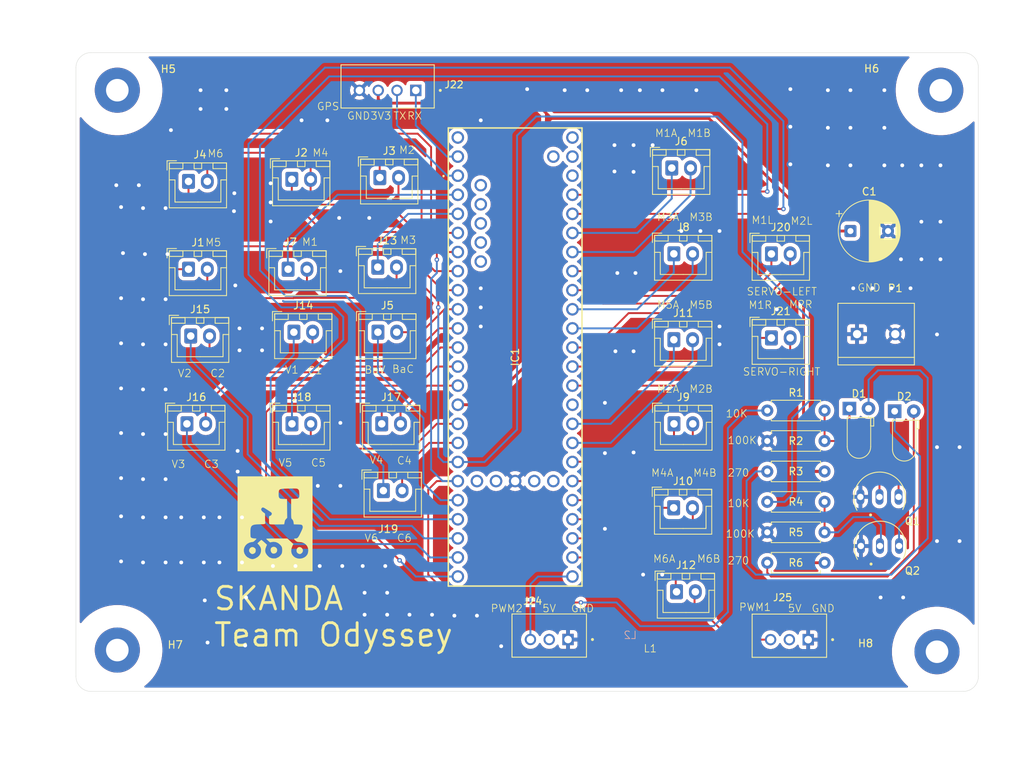
<source format=kicad_pcb>
(kicad_pcb (version 20241229) (generator "pcbnew") (generator_version "9.0")
  (layers (0 "F.Cu" signal) (2 "B.Cu" power) (13 "F.Paste" user) (15 "B.Paste" user) (5 "F.SilkS" user "F.Silkscreen") (7 "B.SilkS" user "B.Silkscreen") (1 "F.Mask" user) (3 "B.Mask" user) (25 "Edge.Cuts" user))
  (net 0 "")
  (net 1 "Net-(D1-K)")
  (net 2 "Net-(D1-A)")
  (net 3 "Net-(D2-A)")
  (net 4 "Net-(D2-K)")
  (net 5 "Net-(IC1-TX1)")
  (net 6 "Net-(IC1-A2)")
  (net 9 "M3V")
  (net 11 "M5V")
  (net 12 "Net-(IC1-A6)")
  (net 13 "Net-(IC1-SCK)")
  (net 14 "Net-(IC1-A0)")
  (net 16 "Net-(IC1-MCLK2)")
  (net 17 "Net-(IC1-A17)")
  (net 19 "Net-(IC1-A15)")
  (net 20 "Net-(IC1-A4)")
  (net 21 "Net-(IC1-A5)")
  (net 22 "Net-(IC1-CS_3)")
  (net 23 "Net-(IC1-RX7)")
  (net 24 "Net-(IC1-RX1)")
  (net 26 "3V3")
  (net 27 "M4V")
  (net 28 "M3C")
  (net 30 "Net-(IC1-A1)")
  (net 31 "M5C")
  (net 33 "M2V")
  (net 34 "Net-(IC1-OUT2)")
  (net 35 "Net-(IC1-A7)")
  (net 36 "M2C")
  (net 37 "DIRR")
  (net 38 "M1C")
  (net 39 "Net-(IC1-RX2)")
  (net 41 "Net-(IC1-LRCLK2)")
  (net 42 "M6C")
  (net 43 "Net-(IC1-IN2)")
  (net 44 "Net-(IC1-A3)")
  (net 48 "Net-(IC1-A16)")
  (net 49 "M1V")
  (net 50 "M4C")
  (net 51 "GND")
  (net 55 "Net-(IC1-OUT1D)")
  (net 56 "Net-(IC1-TX2)")
  (net 57 "Net-(IC1-CS_2)")
  (net 58 "Net-(IC1-A14)")
  (net 59 "DIRL")
  (net 60 "Net-(IC1-TX8)")
  (net 61 "Net-(IC1-BCLK2)")
  (net 62 "M6V")
  (net 63 "Net-(IC1-RX8)")
  (net 64 "Net-(Q1-Pad2)")
  (net 65 "Net-(Q2-Pad2)")
  (footprint "Connector_JST:JST_XH_B2B-XH-A_1x02_P2.50mm_Vertical" (layer "F.Cu") (at 138.724 104.394)
    (property "Reference" "J18")
    (property "Value" "B2B-XH-A")
  )
  (footprint "Resistor_THT:R_Axial_DIN0207_L6.3mm_D2.5mm_P7.62mm_Horizontal" (layer "F.Cu") (at 201.93 122.88)
    (property "Reference" "R6")
    (property "Value" "270")
  )
  (footprint "Connector_JST:JST_XH_B2B-XH-A_1x02_P2.50mm_Vertical" (layer "F.Cu") (at 189.524 104.394)
    (property "Reference" "J9")
    (property "Value" "B2B-XH-A")
  )
  (footprint "Connector_JST:JST_XH_B2B-XH-A_1x02_P2.50mm_Vertical" (layer "F.Cu") (at 202.478 92.964)
    (property "Reference" "J21")
    (property "Value" "B2B-XH-A")
  )
  (footprint "Connector_JST:JST_XH_B2B-XH-A_1x02_P2.50mm_Vertical" (layer "F.Cu") (at 138.704 71.865)
    (property "Reference" "J2")
    (property "Value" "B2B-XH-A")
  )
  (footprint "Connector_JST:JST_XH_B2B-XH-A_1x02_P2.50mm_Vertical" (layer "F.Cu") (at 150.408 71.628)
    (property "Reference" "J3")
    (property "Value" "B2B-XH-A")
  )
  (footprint "Connector_JST:JST_XH_B2B-XH-A_1x02_P2.50mm_Vertical" (layer "F.Cu") (at 202.478 81.788)
    (property "Reference" "J20")
    (property "Value" "B2B-XH-A")
  )
  (footprint "Resistor_THT:R_Axial_DIN0207_L6.3mm_D2.5mm_P7.62mm_Horizontal" (layer "F.Cu") (at 201.93 106.68)
    (property "Reference" "R2")
    (property "Value" "100K")
  )
  (footprint "Connector_JST:JST_XH_B2B-XH-A_1x02_P2.50mm_Vertical" (layer "F.Cu") (at 189.23 70.358)
    (property "Reference" "J6")
    (property "Value" "B2B-XH-A")
  )
  (footprint "projpdteensy:rover_11" (layer "F.Cu") (at 136.5 117.7)
    (property "Reference" "G***" (hide yes))
    (property "Value" "LOGO" (hide yes))
  )
  (footprint "Connector_JST:JST_XH_B2B-XH-A_1x02_P2.50mm_Vertical" (layer "F.Cu") (at 189.504 93.201)
    (property "Reference" "J11")
    (property "Value" "B2B-XH-A")
  )
  (footprint "Resistor_THT:R_Axial_DIN0207_L6.3mm_D2.5mm_P7.62mm_Horizontal" (layer "F.Cu") (at 201.93 114.78)
    (property "Reference" "R4")
    (property "Value" "10K")
  )
  (footprint "TEENSY_4.1:TEENSY41" (layer "F.Cu") (at 160.782 71.374 -90)
    (property "Reference" "IC1")
    (property "Value" "TEENSY_4.1")
  )
  (footprint "Connector_JST:JST_XH_B2B-XH-A_1x02_P2.50mm_Vertical" (layer "F.Cu") (at 138.978 92.202)
    (property "Reference" "J14")
    (property "Value" "B2B-XH-A")
  )
  (footprint "Connector_JST:JST_XH_B2B-XH-A_1x02_P2.50mm_Vertical" (layer "F.Cu") (at 138.216 83.82)
    (property "Reference" "J7")
    (property "Value" "B2B-XH-A")
  )
  (footprint "LED_THT:LED_D3.0mm_Horizontal_O1.27mm_Z6.0mm" (layer "F.Cu") (at 218.87 102.718)
    (property "Reference" "D2")
    (property "Value" "LED")
  )
  (footprint "Connector_JST:JST_XH_B2B-XH-A_1x02_P2.50mm_Vertical" (layer "F.Cu") (at 124.754 104.394)
    (property "Reference" "J16")
    (property "Value" "B2B-XH-A")
  )
  (footprint "2N3904:TO92127P495H495-3_modified" (layer "F.Cu") (at 216.981 120.833258)
    (property "Reference" "Q2")
    (property "Value" "2N3904")
  )
  (footprint "MountingHole:MountingHole_3mm_Pad_TopBottom" (layer "F.Cu") (at 225 60)
    (property "Reference" "H6")
    (property "Value" "MountingHole")
  )
  (footprint "Terminal2:TE_282837-2" (layer "F.Cu") (at 216.408 92.456)
    (property "Reference" "P1")
    (property "Value" "282837-2")
  )
  (footprint "B4B-XH-A_LF__SN_:JST_B4B-XH-A_LF__SN_" (layer "F.Cu") (at 151.444 59.5)
    (property "Reference" "J22")
    (property "Value" "B4B-XH-A_LF__SN_")
  )
  (footprint "Connector_JST:JST_XH_B2B-XH-A_1x02_P2.50mm_Vertical" (layer "F.Cu") (at 189.865 126.746)
    (property "Reference" "J12")
    (property "Value" "B2B-XH-A")
  )
  (footprint "MountingHole:MountingHole_3mm_Pad_TopBottom" (layer "F.Cu") (at 115.5 134.5)
    (property "Reference" "H7")
    (property "Value" "MountingHole")
  )
  (footprint "Capacitor_THT:CP_Radial_D8.0mm_P5.00mm" (layer "F.Cu") (at 212.989349 78.74)
    (property "Reference" "C1")
    (property "Value" "C_Polarized")
  )
  (footprint "Resistor_THT:R_Axial_DIN0207_L6.3mm_D2.5mm_P7.62mm_Horizontal" (layer "F.Cu") (at 201.93 118.83)
    (property "Reference" "R5")
    (property "Value" "100K")
  )
  (footprint "Connector_JST:JST_XH_B2B-XH-A_1x02_P2.50mm_Vertical" (layer "F.Cu") (at 189.484 115.57)
    (property "Reference" "J10")
    (property "Value" "B2B-XH-A")
  )
  (footprint "Connector_JST:JST_XH_B2B-XH-A_1x02_P2.50mm_Vertical" (layer "F.Cu") (at 150.662 104.394)
    (property "Reference" "J17")
    (property "Value" "B2B-XH-A")
  )
  (footprint "MountingHole:MountingHole_3mm_Pad_TopBottom" (layer "F.Cu") (at 115.5 60)
    (property "Reference" "H5")
    (property "Value" "MountingHole")
  )
  (footprint "B3B-XH-A:JST_B3B-XH-A" (layer "F.Cu") (at 204.8695 132.588)
    (property "Reference" "J25")
    (property "Value" "B3B-XH-A_LF__SN_")
  )
  (footprint "Resistor_THT:R_Axial_DIN0207_L6.3mm_D2.5mm_P7.62mm_Horizontal" (layer "F.Cu") (at 201.93 102.63)
    (property "Reference" "R1")
    (property "Value" "10K")
  )
  (footprint "Connector_JST:JST_XH_B2B-XH-A_1x02_P2.50mm_Vertical" (layer "F.Cu") (at 150.154 92.202)
    (property "Reference" "J5")
    (property "Value" "B2B-XH-A")
  )
  (footprint "B3B-XH-A:JST_B3B-XH-A" (layer "F.Cu") (at 172.934 132.571)
    (property "Reference" "J24")
    (property "Value" "B3B-XH-A_LF__SN_")
  )
  (footprint "2N3904:TO92127P495H495-3_modified" (layer "F.Cu") (at 216.916 114.3)
    (property "Reference" "Q1")
    (property "Value" "2N3904")
  )
  (footprint "Connector_JST:JST_XH_B2B-XH-A_1x02_P2.50mm_Vertical" (layer "F.Cu") (at 150.876 113.284)
    (property "Reference" "J19")
    (property "Value" "B2B-XH-A")
  )
  (footprint "Resistor_THT:R_Axial_DIN0207_L6.3mm_D2.5mm_P7.62mm_Horizontal" (layer "F.Cu") (at 201.93 110.73)
    (property "Reference" "R3")
    (property "Value" "270")
  )
  (footprint "Connector_JST:JST_XH_B2B-XH-A_1x02_P2.50mm_Vertical" (layer "F.Cu") (at 124.968 72.136)
    (property "Reference" "J4")
    (property "Value" "B2B-XH-A")
  )
  (footprint "Connector_JST:JST_XH_B2B-XH-A_1x02_P2.50mm_Vertical" (layer "F.Cu") (at 125.262 92.71)
    (property "Reference" "J15")
    (property "Value" "B2B-XH-A")
  )
  (footprint "Connector_JST:JST_XH_B2B-XH-A_1x02_P2.50mm_Vertical" (layer "F.Cu") (at 189.504 81.771)
    (property "Reference" "J8")
    (property "Value" "B2B-XH-A")
  )
  (footprint "Connector_JST:JST_XH_B2B-XH-A_1x02_P2.50mm_Vertical" (layer "F.Cu") (at 124.968 83.82)
    (property "Reference" "J1")
    (property "Value" "B2B-XH-A")
  )
  (footprint "Connector_JST:JST_XH_B2B-XH-A_1x02_P2.50mm_Vertical" (layer "F.Cu") (at 150.134 83.549)
    (property "Reference" "J13")
    (property "Value" "B2B-XH-A")
  )
  (footprint "MountingHole:MountingHole_3mm_Pad_TopBottom" (layer "F.Cu") (at 224.5 134.7216 -90)
    (property "Reference" "H8")
    (property "Value" "MountingHole")
  )
  (footprint "LED_THT:LED_D3.0mm_Horizontal_O1.27mm_Z6.0mm" (layer "F.Cu") (at 212.852 102.354)
    (property "Reference" "D1")
    (property "Value" "LED")
  )
  (gr_poly (pts (xy 138.902451 87.682244) (xy 140.686547 85.891539) (xy 140.696 85.912) (xy 142.493261 87.641893)) (stroke (width 0.2)) (fill yes) (layer "F.Cu") (net 59))
  (gr_poly (pts (xy 152.634 85.872) (xy 152.634 85.344) (xy 153.162 85.872)) (stroke (width 0.2)) (fill yes) (layer "F.Cu") (net 59))
  (gr_poly (pts (xy 206.6544 109.889274) (xy 206.6544 111.565674) (xy 207.518 110.803674)) (stroke (width 0.2)) (fill yes) (layer "F.Cu") (net 26))
  (gr_poly (pts (xy 172.466 62.9666) (xy 173.228 63.754) (xy 172.5168 64.4652) (xy 172.4914 64.4652) (xy 172.466 64.4398)) (stroke (width 0.2)) (fill yes) (layer "F.Cu") (net 26))
  (gr_poly (pts (xy 152.908 73.914) (xy 153.035 76.581) (xy 151.669866 75.166914)) (stroke (width 0.2)) (fill yes) (layer "F.Cu") (net 37))
  (gr_poly (pts (xy 206.756 76.336) (xy 207.391 76.336) (xy 206.883 76.962)) (stroke (width 0.2)) (fill yes) (layer "F.Cu") (net 26))
  (gr_line (start 110 138) (end 110 57) (stroke (width 0.05)) (layer "Edge.Cuts"))
  (gr_arc (start 228 55) (mid 229.414214 55.585786) (end 230 57) (stroke (width 0.05)) (layer "Edge.Cuts"))
  (gr_arc (start 230 138) (mid 229.414214 139.414214) (end 228 140) (stroke (width 0.05)) (layer "Edge.Cuts"))
  (gr_arc (start 110 57) (mid 110.585786 55.585786) (end 112 55) (stroke (width 0.05)) (layer "Edge.Cuts"))
  (gr_line (start 112 55) (end 228 55) (stroke (width 0.05)) (layer "Edge.Cuts"))
  (gr_line (start 230 57) (end 230 138) (stroke (width 0.05)) (layer "Edge.Cuts"))
  (gr_line (start 228 140) (end 112 140) (stroke (width 0.05)) (layer "Edge.Cuts"))
  (gr_arc (start 112 140) (mid 110.585786 139.414214) (end 110 138) (stroke (width 0.05)) (layer "Edge.Cuts"))
  (gr_text "10K" (at 196.596 115.556 0) (layer "F.SilkS") (effects (font (size 1 1) (thickness 0.1)) (justify left bottom)))
  (gr_text "GND\n" (at 207.772 129.54 0) (layer "F.SilkS") (effects (font (size 1 1) (thickness 0.1)) (justify left bottom)))
  (gr_text "SKANDA\nTeam Odyssey" (at 128.143 134.239 0) (layer "F.SilkS") (effects (font (size 3 3) (thickness 0.375)) (justify left bottom)))
  (gr_text "C2" (at 127.81 98.26 0) (layer "F.SilkS") (effects (font (size 1 1) (thickness 0.1)) (justify left bottom)))
  (gr_text "SERVO-RIGHT" (at 198.628 98.044 0) (layer "F.SilkS") (effects (font (size 1 1) (thickness 0.1)) (justify left bottom)))
  (gr_text "BaC" (at 151.98 97.69 0) (layer "F.SilkS") (effects (font (size 1 1) (thickness 0.1)) (justify left bottom)))
  (gr_text "M6B" (at 192.532 122.936 0) (layer "F.SilkS") (effects (font (size 1 1) (thickness 0.1)) (justify left bottom)))
  (gr_text "M4A" (at 186.436 111.506 0) (layer "F.SilkS") (effects (font (size 1 1) (thickness 0.1)) (justify left bottom)))
  (gr_text "PWM1" (at 198.12 129.367 0) (layer "F.SilkS") (effects (font (size 1 1) (thickness 0.1)) (justify left bottom)))
  (gr_text "RX" (at 154 64 0) (layer "F.SilkS") (effects (font (size 1 1) (thickness 0.1)) (justify left bottom)))
  (gr_text "M3A" (at 187.198 77.47 0) (layer "F.SilkS") (effects (font (size 1 1) (thickness 0.1)) (justify left bottom)))
  (gr_text "V4\n" (at 148.98 109.78 0) (layer "F.SilkS") (effects (font (size 1 1) (thickness 0.1)) (justify left bottom)))
  (gr_text "V1\n" (at 137.74 97.79 0) (layer "F.SilkS") (effects (font (size 1 1) (thickness 0.1)) (justify left bottom)))
  (gr_text "M6" (at 127.44 69.01 0) (layer "F.SilkS") (effects (font (size 1 1) (thickness 0.1)) (justify left bottom)))
  (gr_text "C1" (at 140.74 97.88 0) (layer "F.SilkS") (effects (font (size 1 1) (thickness 0.1)) (justify left bottom)))
  (gr_text "C4" (at 152.63 109.87 0) (layer "F.SilkS") (effects (font (size 1 1) (thickness 0.1)) (justify left bottom)))
  (gr_text "PWM2" (at 165.1 129.54 0) (layer "F.SilkS") (effects (font (size 1 1) (thickness 0.1)) (justify left bottom)))
  (gr_text "M5A" (at 187.198 89.154 0) (layer "F.SilkS") (effects (font (size 1 1) (thickness 0.1)) (justify left bottom)))
  (gr_text "BaV\n" (at 148.32 97.79 0) (layer "F.SilkS") (effects (font (size 1 1) (thickness 0.1)) (justify left bottom)))
  (gr_text "V3\n" (at 122.652 110.34 0) (layer "F.SilkS") (effects (font (size 1 1) (thickness 0.1)) (justify left bottom)))
  (gr_text "270" (at 196.596 123.176 0) (layer "F.SilkS") (effects (font (size 1 1) (thickness 0.1)) (justify left bottom)))
  (gr_text "270" (at 196.596 111.492 0) (layer "F.SilkS") (effects (font (size 1 1) (thickness 0.1)) (justify left bottom)))
  (gr_text "M3" (at 153.07 80.53 0) (layer "F.SilkS") (effects (font (size 1 1) (thickness 0.1)) (justify left bottom)))
  (gr_text "M4B" (at 192.024 111.506 0) (layer "F.SilkS") (effects (font (size 1 1) (thickness 0.1)) (justify left bottom)))
  (gr_text "M4" (at 141.4 68.91 0) (layer "F.SilkS") (effects (font (size 1 1) (thickness 0.1)) (justify left bottom)))
  (gr_text "C3" (at 126.97 110.34 0) (layer "F.SilkS") (effects (font (size 1 1) (thickness 0.1)) (justify left bottom)))
  (gr_text "M2B" (at 191.516 100.33 0) (layer "F.SilkS") (effects (font (size 1 1) (thickness 0.1)) (justify left bottom)))
  (gr_text "M3B" (at 191.516 77.47 0) (layer "F.SilkS") (effects (font (size 1 1) (thickness 0.1)) (justify left bottom)))
  (gr_text "M5" (at 127.15 80.84 0) (layer "F.SilkS") (effects (font (size 1 1) (thickness 0.1)) (justify left bottom)))
  (gr_text "M1" (at 140.01 80.78 0) (layer "F.SilkS") (effects (font (size 1 1) (thickness 0.1)) (justify left bottom)))
  (gr_text "M2R" (at 204.77 89.09 0) (layer "F.SilkS") (effects (font (size 1 1) (thickness 0.1)) (justify left bottom)))
  (gr_text "TX" (at 152.146 64 0) (layer "F.SilkS") (effects (font (size 1 1) (thickness 0.1)) (justify left bottom)))
  (gr_text "SERVO-LEFT" (at 199.136 87.376 0) (layer "F.SilkS") (effects (font (size 1 1) (thickness 0.1)) (justify left bottom)))
  (gr_text "100K" (at 196.342 119.62 0) (layer "F.SilkS") (effects (font (size 1 1) (thickness 0.1)) (justify left bottom)))
  (gr_text "M1L\n" (at 199.78 77.87 0) (layer "F.SilkS") (effects (font (size 1 1) (thickness 0.1)) (justify left bottom)))
  (gr_text "V2\n" (at 123.492 98.26 0) (layer "F.SilkS") (effects (font (size 1 1) (thickness 0.1)) (justify left bottom)))
  (gr_text "V5\n" (at 136.882 110.15 0) (layer "F.SilkS") (effects (font (size 1 1) (thickness 0.1)) (justify left bottom)))
  (gr_text "10K" (at 196.342 103.618 0) (layer "F.SilkS") (effects (font (size 1 1) (thickness 0.1)) (justify left bottom)))
  (gr_text "GND" (at 213.868 86.868 0) (layer "F.SilkS") (effects (font (size 1 1) (thickness 0.1)) (justify left bottom)))
  (gr_text "M2" (at 152.92 68.54 0) (layer "F.SilkS") (effects (font (size 1 1) (thickness 0.1)) (justify left bottom)))
  (gr_text "M1B" (at 191.262 66.294 0) (layer "F.SilkS") (effects (font (size 1 1) (thickness 0.1)) (justify left bottom)))
  (gr_text "M1A" (at 186.944 66.294 0) (layer "F.SilkS") (effects (font (size 1 1) (thickness 0.1)) (justify left bottom)))
  (gr_text "M5B" (at 191.516 89.154 0) (layer "F.SilkS") (effects (font (size 1 1) (thickness 0.1)) (justify left bottom)))
  (gr_text "M1R\n" (at 199.39 89.171 0) (layer "F.SilkS") (effects (font (size 1 1) (thickness 0.1)) (justify left bottom)))
  (gr_text "V6\n" (at 148.312 120.18 0) (layer "F.SilkS") (effects (font (size 1 1) (thickness 0.1)) (justify left bottom)))
  (gr_text "GND\n" (at 175.768 129.54 0) (layer "F.SilkS") (effects (font (size 1 1) (thickness 0.1)) (justify left bottom)))
  (gr_text "M6A" (at 186.69 122.936 0) (layer "F.SilkS") (effects (font (size 1 1) (thickness 0.1)) (justify left bottom)))
  (gr_text "5V" (at 204.6155 129.54 0) (layer "F.SilkS") (effects (font (size 1 1) (thickness 0.1)) (justify left bottom)))
  (gr_text "C6" (at 152.63 120.18 0) (layer "F.SilkS") (effects (font (size 1 1) (thickness 0.1)) (justify left bottom)))
  (gr_text "C5" (at 141.2 110.15 0) (layer "F.SilkS") (effects (font (size 1 1) (thickness 0.1)) (justify left bottom)))
  (gr_text "5V" (at 171.958 129.54 0) (layer "F.SilkS") (effects (font (size 1 1) (thickness 0.1)) (justify left bottom)))
  (gr_text "GND" (at 146 64 0) (layer "F.SilkS") (effects (font (size 1 1) (thickness 0.1)) (justify left bottom)))
  (gr_text "3V3" (at 149.098 64 0) (layer "F.SilkS") (effects (font (size 1 1) (thickness 0.1)) (justify left bottom)))
  (gr_text "100K" (at 196.596 107.174 0) (layer "F.SilkS") (effects (font (size 1 1) (thickness 0.1)) (justify left bottom)))
  (gr_text "M2A" (at 187.198 100.33 0) (layer "F.SilkS") (effects (font (size 1 1) (thickness 0.1)) (justify left bottom)))
  (gr_text "GPS" (at 141.986 62.738 0) (layer "F.SilkS") (effects (font (size 1 1) (thickness 0.1)) (justify left bottom)))
  (gr_text "M2L" (at 204.978 77.978 0) (layer "F.SilkS") (effects (font (size 1 1) (thickness 0.1)) (justify left bottom)))
  (gr_text "L1" (at 185.42 134.874 0) (layer "F.SilkS") (effects (font (size 1 1) (thickness 0.1)) (justify left bottom)))
  (gr_text "L2" (at 184.658 133.096 0) (layer "B.SilkS") (effects (font (size 1 1) (thickness 0.1)) (justify left bottom mirror)))
  (segment (start 219.391 111.187) (end 219.391 114.3) (width 0.254) (layer "F.Cu") (net 1))
  (segment (start 212.86 102.34) (end 212.86 104.656) (width 0.254) (layer "F.Cu") (net 1))
  (segment (start 212.86 104.656) (end 219.391 111.187) (width 0.254) (layer "F.Cu") (net 1))
  (segment (start 223.266 119.634) (end 218.44 124.46) (width 0.254) (layer "B.Cu") (net 2))
  (segment (start 216.662 97.282) (end 222.25 97.282) (width 0.254) (layer "B.Cu") (net 2))
  (segment (start 199.18 111.97) (end 200.42 110.73) (width 0.254) (layer "B.Cu") (net 2))
  (segment (start 200.42 110.73) (end 201.93 110.73) (width 0.254) (layer "B.Cu") (net 2))
  (segment (start 200.406 124.46) (end 199.18 123.234) (width 0.254) (layer "B.Cu") (net 2))
  (segment (start 223.266 98.298) (end 223.266 119.634) (width 0.254) (layer "B.Cu") (net 2))
  (segment (start 218.44 124.46) (end 200.406 124.46) (width 0.254) (layer "B.Cu") (net 2))
  (segment (start 215.4 98.544) (end 216.662 97.282) (width 0.254) (layer "B.Cu") (net 2))
  (segment (start 215.4 102.34) (end 215.4 98.544) (width 0.254) (layer "B.Cu") (net 2))
  (segment (start 222.25 97.282) (end 223.266 98.298) (width 0.254) (layer "B.Cu") (net 2))
  (segment (start 199.18 123.234) (end 199.18 111.97) (width 0.254) (layer "B.Cu") (net 2))
  (segment (start 217.932 124.714) (end 202.438 124.714) (width 0.254) (layer "F.Cu") (net 3))
  (segment (start 221.41 121.236) (end 217.932 124.714) (width 0.254) (layer "F.Cu") (net 3))
  (segment (start 202.438 124.714) (end 201.93 124.206) (width 0.254) (layer "F.Cu") (net 3))
  (segment (start 201.93 124.206) (end 201.93 122.88) (width 0.254) (layer "F.Cu") (net 3))
  (segment (start 221.41 102.718) (end 221.41 121.236) (width 0.254) (layer "F.Cu") (net 3))
  (segment (start 222.25 115.316) (end 219.456 118.11) (width 0.254) (layer "B.Cu") (net 4))
  (segment (start 222.25 108.712) (end 222.25 115.316) (width 0.254) (layer "B.Cu") (net 4))
  (segment (start 219.456 118.11) (end 219.456 120.904) (width 0.254) (layer "B.Cu") (net 4))
  (segment (start 218.87 102.718) (end 218.87 105.332) (width 0.254) (layer "B.Cu") (net 4))
  (segment (start 218.87 105.332) (end 222.25 108.712) (width 0.254) (layer "B.Cu") (net 4))
  (segment (start 159.374 71.374) (end 160.782 71.374) (width 0.254) (layer "B.Cu") (net 5))
  (segment (start 152.694 64.694) (end 159.374 71.374) (width 0.254) (layer "B.Cu") (net 5))
  (segment (start 152.694 60.025) (end 152.694 64.694) (width 0.254) (layer "B.Cu") (net 5))
  (segment (start 192.004 81.771) (end 192.004 84.336) (width 0.254) (layer "B.Cu") (net 6))
  (segment (start 192.004 84.336) (end 184.646 91.694) (width 0.254) (layer "B.Cu") (net 6))
  (segment (start 184.646 91.694) (end 176.022 91.694) (width 0.254) (layer "B.Cu") (net 6))
  (segment (start 157.099 122.174) (end 160.782 122.174) (width 0.254) (layer "B.Cu") (net 9))
  (segment (start 124.754 107.0756) (end 138.0744 120.396) (width 0.254) (layer "B.Cu") (net 9))
  (segment (start 155.321 120.396) (end 157.099 122.174) (width 0.254) (layer "B.Cu") (net 9))
  (segment (start 124.754 104.394) (end 124.754 107.0756) (width 0.254) (layer "B.Cu") (net 9))
  (segment (start 138.0744 120.396) (end 155.321 120.396) (width 0.254) (layer "B.Cu") (net 9))
  (segment (start 200.406 76.454) (end 201.05423 75.80577) (width 0.254) (layer "F.Cu") (net 11))
  (segment (start 176.022 76.454) (end 200.406 76.454) (width 0.254) (layer "F.Cu") (net 11))
  (segment (start 201.05423 75.80577) (end 204.07577 75.80577) (width 0.254) (layer "F.Cu") (net 11))
  (via (at 204.07577 75.80577) (size 0.6) (drill 0.3) (layers "F.Cu" "B.Cu") (net 11))
  (segment (start 145.542 93.218) (end 138.724 100.036) (width 0.254) (layer "B.Cu") (net 11))
  (segment (start 132.9436 84.5312) (end 137.3124 88.9) (width 0.254) (layer "B.Cu") (net 11))
  (segment (start 204.07577 64.12177) (end 196.954 57) (width 0.254) (layer "B.Cu") (net 11))
  (segment (start 137.3124 88.9) (end 144.272 88.9) (width 0.254) (layer "B.Cu") (net 11))
  (segment (start 138.724 100.036) (end 138.724 104.394) (width 0.254) (layer "B.Cu") (net 11))
  (segment (start 204.07577 75.80577) (end 204.07577 64.12177) (width 0.254) (layer "B.Cu") (net 11))
  (segment (start 143.1012 57) (end 132.9436 67.1576) (width 0.254) (layer "B.Cu") (net 11))
  (segment (start 196.954 57) (end 143.1012 57) (width 0.254) (layer "B.Cu") (net 11))
  (segment (start 145.542 90.17) (end 145.542 93.218) (width 0.254) (layer "B.Cu") (net 11))
  (segment (start 144.272 88.9) (end 145.542 90.17) (width 0.254) (layer "B.Cu") (net 11))
  (segment (start 132.9436 67.1576) (end 132.9436 84.5312) (width 0.254) (layer "B.Cu") (net 11))
  (segment (start 184.15 81.534) (end 176.022 81.534) (width 0.254) (layer "B.Cu") (net 12))
  (segment (start 191.73 70.358) (end 191.73 73.954) (width 0.254) (layer "B.Cu") (net 12))
  (segment (start 191.73 73.954) (end 184.15 81.534) (width 0.254) (layer "B.Cu") (net 12))
  (segment (start 197.121 133.113) (end 202.3695 133.113) (width 0.254) (layer "F.Cu") (net 13))
  (segment (start 176.022 99.314) (end 192.024 99.314) (width 0.254) (layer "F.Cu") (net 13))
  (segment (start 192.024 99.314) (end 194.564 101.854) (width 0.254) (layer "F.Cu") (net 13))
  (segment (start 194.564 101.854) (end 194.564 130.556) (width 0.254) (layer "F.Cu") (net 13))
  (segment (start 194.564 130.556) (end 197.121 133.113) (width 0.254) (layer "F.Cu") (net 13))
  (segment (start 204.978 95.758) (end 203.962 96.774) (width 0.254) (layer "F.Cu") (net 14))
  (segment (start 204.978 92.964) (end 204.978 95.758) (width 0.254) (layer "F.Cu") (net 14))
  (segment (start 203.962 96.774) (end 176.022 96.774) (width 0.254) (layer "F.Cu") (net 14))
  (segment (start 176.022 124.714) (end 171.45 124.714) (width 0.254) (layer "B.Cu") (net 16))
  (segment (start 171.45 124.714) (end 170.434 125.73) (width 0.254) (layer "B.Cu") (net 16))
  (segment (start 170.434 125.73) (end 170.434 133.096) (width 0.254) (layer "B.Cu") (net 16))
  (segment (start 181.102 104.394) (end 176.022 104.394) (width 0.254) (layer "B.Cu") (net 17))
  (segment (start 189.504 93.201) (end 189.504 95.992) (width 0.254) (layer "B.Cu") (net 17))
  (segment (start 189.504 95.992) (end 181.102 104.394) (width 0.254) (layer "B.Cu") (net 17))
  (segment (start 186.3465 109.4365) (end 176.0595 109.4365) (width 0.254) (layer "F.Cu") (net 19))
  (segment (start 189.524 106.259) (end 186.3465 109.4365) (width 0.254) (layer "F.Cu") (net 19))
  (segment (start 189.524 104.394) (end 189.524 106.259) (width 0.254) (layer "F.Cu") (net 19))
  (segment (start 200.914 88.392) (end 180.086 88.392) (width 0.254) (layer "F.Cu") (net 20))
  (segment (start 180.086 88.392) (end 178.308 86.614) (width 0.254) (layer "F.Cu") (net 20))
  (segment (start 178.308 86.614) (end 176.022 86.614) (width 0.254) (layer "F.Cu") (net 20))
  (segment (start 204.978 81.788) (end 204.978 84.328) (width 0.254) (layer "F.Cu") (net 20))
  (segment (start 204.978 84.328) (end 200.914 88.392) (width 0.254) (layer "F.Cu") (net 20))
  (segment (start 202.478 84.288) (end 199.39 87.376) (width 0.254) (layer "F.Cu") (net 21))
  (segment (start 199.39 87.376) (end 181.356 87.376) (width 0.254) (layer "F.Cu") (net 21))
  (segment (start 181.356 87.376) (end 178.054 84.074) (width 0.254) (layer "F.Cu") (net 21))
  (segment (start 202.478 81.788) (end 202.478 84.288) (width 0.254) (layer "F.Cu") (net 21))
  (segment (start 178.054 84.074) (end 176.022 84.074) (width 0.254) (layer "F.Cu") (net 21))
  (segment (start 185.42 114.554) (end 186.436 115.57) (width 0.254) (layer "F.Cu") (net 22))
  (segment (start 176.022 114.554) (end 185.42 114.554) (width 0.254) (layer "F.Cu") (net 22))
  (segment (start 186.436 115.57) (end 189.484 115.57) (width 0.254) (layer "F.Cu") (net 22))
  (segment (start 156.21 112.268) (end 158.496 114.554) (width 0.254) (layer "B.Cu") (net 23))
  (segment (start 150.154 97.576) (end 156.21 103.632) (width 0.254) (layer "B.Cu") (net 23))
  (segment (start 158.496 114.554) (end 160.782 114.554) (width 0.254) (layer "B.Cu") (net 23))
  (segment (start 156.21 103.632) (end 156.21 112.268) (width 0.254) (layer "B.Cu") (net 23))
  (segment (start 150.154 92.202) (end 150.154 97.576) (width 0.254) (layer "B.Cu") (net 23))
  (segment (start 155.194 64.694) (end 155.194 60.025) (width 0.254) (layer "B.Cu") (net 24))
  (segment (start 159.334 68.834) (end 155.194 64.694) (width 0.254) (layer "B.Cu") (net 24))
  (segment (start 160.782 68.834) (end 159.334 68.834) (width 0.254) (layer "B.Cu") (net 24))
  (segment (start 208.416 76.336) (end 210.82 78.74) (width 0.381) (layer "F.Cu") (net 26))
  (segment (start 207.716 122.88) (end 209.55 122.88) (width 0.381) (layer "F.Cu") (net 26))
  (segment (start 160.782 101.854) (end 164.592 101.854) (width 0.381) (layer "F.Cu") (net 26))
  (segment (start 170.18 96.266) (end 170.18 66.802) (width 0.381) (layer "F.Cu") (net 26))
  (segment (start 206.756 76.336) (end 206.756 109.982) (width 0.381) (layer "F.Cu") (net 26))
  (segment (start 207.504 110.73) (end 209.55 110.73) (width 0.381) (layer "F.Cu") (net 26))
  (segment (start 194.174 63.754) (end 206.756 76.336) (width 0.381) (layer "F.Cu") (net 26))
  (segment (start 170.18 66.802) (end 173.228 63.754) (width 0.381) (layer "F.Cu") (net 26))
  (segment (start 150.722 61.722) (end 171.196 61.722) (width 0.381) (layer "F.Cu") (net 26))
  (segment (start 210.82 78.74) (end 212.989349 78.74) (width 0.381) (layer "F.Cu") (net 26))
  (segment (start 150.194 61.194) (end 150.722 61.722) (width 0.381) (layer "F.Cu") (net 26))
  (segment (start 164.592 101.854) (end 170.18 96.266) (width 0.381) (layer "F.Cu") (net 26))
  (segment (start 206.756 111.506) (end 206.756 121.92) (width 0.381) (layer "F.Cu") (net 26))
  (segment (start 173.228 63.754) (end 194.174 63.754) (width 0.381) (layer "F.Cu") (net 26))
  (segment (start 209.55 110.73) (end 207.532 110.73) (width 0.381) (layer "F.Cu") (net 26))
  (segment (start 206.756 109.982) (end 207.504 110.73) (width 0.381) (layer "F.Cu") (net 26))
  (segment (start 206.756 121.92) (end 207.716 122.88) (width 0.381) (layer "F.Cu") (net 26))
  (segment (start 207.532 110.73) (end 206.756 111.506) (width 0.381) (layer "F.Cu") (net 26))
  (segment (start 171.196 61.722) (end 173.228 63.754) (width 0.381) (layer "F.Cu") (net 26))
  (segment (start 150.194 60.025) (end 150.194 61.194) (width 0.381) (layer "F.Cu") (net 26))
  (segment (start 206.756 76.336) (end 208.416 76.336) (width 0.381) (layer "F.Cu") (net 26))
  (segment (start 137.16 100.965) (end 135.2804 102.8446) (width 0.254) (layer "F.Cu") (net 27))
  (segment (start 135.2804 115.5954) (end 138.811 119.126) (width 0.254) (layer "F.Cu") (net 27))
  (segment (start 150.662 102.402) (end 149.225 100.965) (width 0.254) (layer "F.Cu") (net 27))
  (segment (start 149.606 119.126) (end 153.035 122.555) (width 0.254) (layer "F.Cu") (net 27))
  (segment (start 135.2804 102.8446) (end 135.2804 115.5954) (width 0.254) (layer "F.Cu") (net 27))
  (segment (start 150.662 104.394) (end 150.662 102.402) (width 0.254) (layer "F.Cu") (net 27))
  (segment (start 138.811 119.126) (end 149.606 119.126) (width 0.254) (layer "F.Cu") (net 27))
  (segment (start 149.225 100.965) (end 137.16 100.965) (width 0.254) (layer "F.Cu") (net 27))
  (via (at 153.035 122.555) (size 0.6) (drill 0.3) (layers "F.Cu" "B.Cu") (net 27))
  (segment (start 155.194 124.714) (end 160.782 124.714) (width 0.254) (layer "B.Cu") (net 27))
  (segment (start 153.035 122.555) (end 155.194 124.714) (width 0.254) (layer "B.Cu") (net 27))
  (segment (start 129.794 99.314) (end 127.254 101.854) (width 0.254) (layer "F.Cu") (net 28))
  (segment (start 157.988 96.774) (end 155.448 99.314) (width 0.254) (layer "F.Cu") (net 28))
  (segment (start 127.254 101.854) (end 127.254 104.394) (width 0.254) (layer "F.Cu") (net 28))
  (segment (start 160.782 96.774) (end 157.988 96.774) (width 0.254) (layer "F.Cu") (net 28))
  (segment (start 155.448 99.314) (end 129.794 99.314) (width 0.254) (layer "F.Cu") (net 28))
  (segment (start 178.926 94.234) (end 176.022 94.234) (width 0.254) (layer "F.Cu") (net 30))
  (segment (start 196.682 89.662) (end 183.498 89.662) (width 0.254) (layer "F.Cu") (net 30))
  (segment (start 183.498 89.662) (end 178.926 94.234) (width 0.254) (layer "F.Cu") (net 30))
  (segment (start 199.984 92.964) (end 196.682 89.662) (width 0.254) (layer "F.Cu") (net 30))
  (segment (start 202.478 92.964) (end 199.984 92.964) (width 0.254) (layer "F.Cu") (net 30))
  (segment (start 141.224 106.68) (end 142.24 107.696) (width 0.254) (layer "F.Cu") (net 31))
  (segment (start 141.224 104.394) (end 141.224 106.68) (width 0.254) (layer "F.Cu") (net 31))
  (segment (start 142.24 107.696) (end 154.686 107.696) (width 0.254) (layer "F.Cu") (net 31))
  (segment (start 154.686 107.696) (end 157.988 104.394) (width 0.254) (layer "F.Cu") (net 31))
  (segment (start 157.988 104.394) (end 160.782 104.394) (width 0.254) (layer "F.Cu") (net 31))
  (segment (start 156.3116 119.634) (end 160.782 119.634) (width 0.254) (layer "B.Cu") (net 33))
  (segment (start 132.842 108.458) (end 142.367 117.983) (width 0.254) (layer "B.Cu") (net 33))
  (segment (start 142.367 117.983) (end 154.6606 117.983) (width 0.254) (layer "B.Cu") (net 33))
  (segment (start 132.842 103.4796) (end 132.842 108.458) (width 0.254) (layer "B.Cu") (net 33))
  (segment (start 125.262 95.8996) (end 132.842 103.4796) (width 0.254) (layer "B.Cu") (net 33))
  (segment (start 154.6606 117.983) (end 156.3116 119.634) (width 0.254) (layer "B.Cu") (net 33))
  (segment (start 125.262 92.71) (end 125.262 95.8996) (width 0.254) (layer "B.Cu") (net 33))
  (segment (start 138.176 80.518) (end 144.78 73.914) (width 0.254) (layer "B.Cu") (net 34))
  (segment (start 144.78 73.914) (end 160.782 73.914) (width 0.254) (layer "B.Cu") (net 34))
  (segment (start 138.176 83.78) (end 138.176 80.518) (width 0.254) (layer "B.Cu") (net 34))
  (segment (start 184.658 78.994) (end 176.022 78.994) (width 0.254) (layer "B.Cu") (net 35))
  (segment (start 189.23 70.358) (end 189.23 74.422) (width 0.254) (layer "B.Cu") (net 35))
  (segment (start 189.23 74.422) (end 184.658 78.994) (width 0.254) (layer "B.Cu") (net 35))
  (segment (start 127.762 95.25) (end 130.048 97.536) (width 0.254) (layer "F.Cu") (net 36))
  (segment (start 130.048 97.536) (end 155.194 97.536) (width 0.254) (layer "F.Cu") (net 36))
  (segment (start 127.762 92.71) (end 127.762 95.25) (width 0.254) (layer "F.Cu") (net 36))
  (segment (start 155.194 97.536) (end 158.496 94.234) (width 0.254) (layer "F.Cu") (net 36))
  (segment (start 158.496 94.234) (end 160.782 94.234) (width 0.254) (layer "F.Cu") (net 36))
  (segment (start 141.207 71.865) (end 141.204 71.865) (width 0.2) (layer "F.Cu") (net 37))
  (segment (start 142.542502 75.2348) (end 151.1808 75.2348) (width 0.254) (layer "F.Cu") (net 37))
  (segment (start 129.032 68.326) (end 139.954 68.326) (width 0.254) (layer "F.Cu") (net 37))
  (segment (start 139.954 68.326) (end 141.204 69.576) (width 0.254) (layer "F.Cu") (net 37))
  (segment (start 160.5534 128.1684) (end 156.845 124.46) (width 0.254) (layer "F.Cu") (net 37))
  (segment (start 157.986 112.014) (end 160.782 112.014) (width 0.254) (layer "F.Cu") (net 37))
  (segment (start 127.468 72.136) (end 127.468 69.89) (width 0.254) (layer "F.Cu") (net 37))
  (segment (start 152.888 71.611) (end 152.888 73.8324) (width 0.254) (layer "F.Cu") (net 37))
  (segment (start 151.1808 75.2348) (end 151.6888 75.2348) (width 0.254) (layer "F.Cu") (net 37))
  (segment (start 141.204 71.865) (end 141.204 73.896298) (width 0.254) (layer "F.Cu") (net 37))
  (segment (start 141.204 73.896298) (end 142.542502 75.2348) (width 0.254) (layer "F.Cu") (net 37))
  (segment (start 177.1396 128.1684) (end 160.5534 128.1684) (width 0.254) (layer "F.Cu") (net 37))
  (segment (start 151.4856 75.2348) (end 151.1808 75.2348) (width 0.254) (layer "F.Cu") (net 37))
  (segment (start 141.204 69.576) (end 141.204 71.865) (width 0.254) (layer "F.Cu") (net 37))
  (segment (start 156.845 113.155) (end 157.986 112.014) (width 0.254) (layer "F.Cu") (net 37))
  (segment (start 156.845 124.46) (end 156.845 113.155) (width 0.254) (layer "F.Cu") (net 37))
  (segment (start 127.468 69.89) (end 129.032 68.326) (width 0.254) (layer "F.Cu") (net 37))
  (segment (start 141.207 71.865) (end 141.224 71.882) (width 0.2) (layer "F.Cu") (net 37))
  (segment (start 152.888 73.8324) (end 151.4856 75.2348) (width 0.254) (layer "F.Cu") (net 37))
  (segment (start 157.988 81.534) (end 157.988 82.55) (width 0.254) (layer "F.Cu") (net 37))
  (segment (start 151.6888 75.2348) (end 157.988 81.534) (width 0.254) (layer "F.Cu") (net 37))
  (via (at 177.1396 128.1684) (size 0.6) (drill 0.3) (layers "F.Cu" "B.Cu") (net 37))
  (via (at 157.988 82.55) (size 0.6) (drill 0.3) (layers "F.Cu" "B.Cu") (net 37))
  (segment (start 158.75 112.014) (end 160.782 112.014) (width 0.254) (layer "B.Cu") (net 37))
  (segment (start 196.6976 104.9528) (end 196.6976 129.4384) (width 0.254) (layer "B.Cu") (net 37))
  (segment (start 157.226 85.09) (end 157.226 110.49) (width 0.254) (layer "B.Cu") (net 37))
  (segment (start 196.6976 129.4384) (end 194.818 131.318) (width 0.254) (layer "B.Cu") (net 37))
  (segment (start 185.0136 131.318) (end 181.864 128.1684) (width 0.254) (layer "B.Cu") (net 37))
  (segment (start 157.988 84.328) (end 157.226 85.09) (width 0.254) (layer "B.Cu") (net 37))
  (segment (start 157.226 110.49) (end 158.75 112.014) (width 0.254) (layer "B.Cu") (net 37))
  (segment (start 199.0204 102.63) (end 196.6976 104.9528) (width 0.254) (layer "B.Cu") (net 37))
  (segment (start 157.988 82.55) (end 157.988 84.328) (width 0.254) (layer "B.Cu") (net 37))
  (segment (start 181.864 128.1684) (end 177.1396 128.1684) (width 0.254) (layer "B.Cu") (net 37))
  (segment (start 194.818 131.318) (end 185.0136 131.318) (width 0.254) (layer "B.Cu") (net 37))
  (segment (start 201.93 102.63) (end 199.0204 102.63) (width 0.254) (layer "B.Cu") (net 37))
  (segment (start 141.458 92.185) (end 141.458 94.468) (width 0.254) (layer "F.Cu") (net 38))
  (segment (start 141.458 94.468) (end 143.002 96.012) (width 0.254) (layer "F.Cu") (net 38))
  (segment (start 143.002 96.012) (end 153.924 96.012) (width 0.254) (layer "F.Cu") (net 38))
  (segment (start 153.924 96.012) (end 158.242 91.694) (width 0.254) (layer "F.Cu") (net 38))
  (segment (start 158.242 91.694) (end 160.782 91.694) (width 0.254) (layer "F.Cu") (net 38))
  (segment (start 131.064 80.772) (end 152.908 80.772) (width 0.254) (layer "F.Cu") (net 39))
  (segment (start 124.968 74.676) (end 131.064 80.772) (width 0.254) (layer "F.Cu") (net 39))
  (segment (start 158.75 86.614) (end 160.782 86.614) (width 0.254) (layer "F.Cu") (net 39))
  (segment (start 124.968 72.136) (end 124.968 74.676) (width 0.254) (layer "F.Cu") (net 39))
  (segment (start 152.908 80.772) (end 158.75 86.614) (width 0.254) (layer "F.Cu") (net 39))
  (segment (start 154.178 76.454) (end 151.765 78.867) (width 0.254) (layer "B.Cu") (net 41))
  (segment (start 151.765 78.867) (end 150.134 80.498) (width 0.254) (layer "B.Cu") (net 41))
  (segment (start 150.134 80.498) (end 150.134 83.549) (width 0.254) (layer "B.Cu") (net 41))
  (segment (start 160.782 76.454) (end 154.178 76.454) (width 0.254) (layer "B.Cu") (net 41))
  (segment (start 153.376 113.284) (end 153.376 110.53) (width 0.254) (layer "F.Cu") (net 42))
  (segment (start 153.376 110.53) (end 156.972 106.934) (width 0.254) (layer "F.Cu") (net 42))
  (segment (start 156.972 106.934) (end 160.782 106.934) (width 0.254) (layer "F.Cu") (net 42))
  (segment (start 154.686 68.072) (end 155.956 69.342) (width 0.254) (layer "F.Cu") (net 43))
  (segment (start 155.956 69.342) (end 155.956 78.376) (width 0.254) (layer "F.Cu") (net 43))
  (segment (start 150.388 71.611) (end 150.388 69.576) (width 0.254) (layer "F.Cu") (net 43))
  (segment (start 151.892 68.072) (end 154.686 68.072) (width 0.254) (layer "F.Cu") (net 43))
  (segment (start 159.114 81.534) (end 160.782 81.534) (width 0.254) (layer "F.Cu") (net 43))
  (segment (start 150.388 69.576) (end 151.892 68.072) (width 0.254) (layer "F.Cu") (net 43))
  (segment (start 155.956 78.376) (end 159.114 81.534) (width 0.254) (layer "F.Cu") (net 43))
  (segment (start 189.504 84.286) (end 184.636 89.154) (width 0.254) (layer "B.Cu") (net 44))
  (segment (start 184.636 89.154) (end 176.022 89.154) (width 0.254) (layer "B.Cu") (net 44))
  (segment (start 189.504 81.771) (end 189.504 84.286) (width 0.254) (layer "B.Cu") (net 44))
  (segment (start 192.004 93.201) (end 192.004 96.032) (width 0.254) (layer "B.Cu") (net 48))
  (segment (start 181.102 106.934) (end 176.022 106.934) (width 0.254) (layer "B.Cu") (net 48))
  (segment (start 192.004 96.032) (end 181.102 106.934) (width 0.254) (layer "B.Cu") (net 48))
  (segment (start 144.720644 117.094) (end 160.782 117.094) (width 0.254) (layer "B.Cu") (net 49))
  (segment (start 144.720644 117.094) (end 143.764 117.094) (width 0.254) (layer "B.Cu") (net 49))
  (segment (start 143.764 117.094) (end 135.89 109.22) (width 0.254) (layer "B.Cu") (net 49))
  (segment (start 135.89 109.22) (end 135.89 98.298) (width 0.254) (layer "B.Cu") (net 49))
  (segment (start 138.958 95.23) (end 138.958 92.185) (width 0.254) (layer "B.Cu") (net 49))
  (segment (start 135.89 98.298) (end 138.958 95.23) (width 0.254) (layer "B.Cu") (net 49))
  (segment (start 156.718 99.314) (end 153.162 102.87) (width 0.254) (layer "F.Cu") (net 50))
  (segment (start 160.782 99.314) (end 156.718 99.314) (width 0.254) (layer "F.Cu") (net 50))
  (segment (start 153.162 102.87) (end 153.162 104.394) (width 0.254) (layer "F.Cu") (net 50))
  (segment (start 201.93 118.83) (end 201.93 118.618) (width 0.381) (layer "F.Cu") (net 51))
  (via (at 145.161 112.649) (size 1.016) (drill 0.508) (layers "F.Cu" "B.Cu") (net 51))
  (via (at 145.161 104.267) (size 1.016) (drill 0.508) (layers "F.Cu" "B.Cu") (net 51))
  (via (at 132.5 133.889) (size 1.016) (drill 0.508) (layers "F.Cu" "B.Cu") (net 51))
  (via (at 157.353 129.794) (size 1.016) (drill 0.508) (layers "F.Cu" "B.Cu") (net 51))
  (via (at 160.322 129.921) (size 1.016) (drill 0.508) (layers "F.Cu" "B.Cu") (net 51))
  (via (at 181.991 84.328) (size 1.016) (drill 0.508) (layers "F.Cu" "B.Cu") (net 51))
  (via (at 121.92 105.76) (size 1.016) (drill 0.508) (layers "F.Cu" "B.Cu") (net 51))
  (via (at 132.08 122.84) (size 1.016) (drill 0.508) (layers "F.Cu" "B.Cu") (net 51))
  (via (at 217.5 70) (size 1.016) (drill 0.508) (layers "F.Cu" "B.Cu") (net 51))
  (via (at 122.6288 65.3128) (size 1.016) (drill 0.508) (layers "F.Cu" "B.Cu") (net 51))
  (via (at 220.98 86.36) (size 1.016) (drill 0.508) (layers "F.Cu" "B.Cu") (net 51))
  (via (at 177.989349 60) (size 1.016) (drill 0.508) (layers "F.Cu" "B.Cu") (net 51))
  (via (at 184.15 70.866) (size 1.016) (drill 0.508) (layers "F.Cu" "B.Cu") (net 51))
  (via (at 222.42 70) (size 1.016) (drill 0.508) (layers "F.Cu" "B.Cu") (net 51))
  (via (at 118.92 111.76) (size 1.016) (drill 0.508) (layers "F.Cu" "B.Cu") (net 51))
  (via (at 227.5 120) (size 1.016) (drill 0.508) (layers "F.Cu" "B.Cu") (net 51))
  (via (at 217.5 60) (size 1.016) (drill 0.508) (layers "F.Cu" "B.Cu") (net 51))
  (via (at 129.08 122.84) (size 1.016) (drill 0.508) (layers "F.Cu" "B.Cu") (net 51))
  (via (at 118.92 99.8164) (size 1.016) (drill 0.508) (layers "F.Cu" "B.Cu") (net 51))
  (via (at 124 116.84) (size 1.016) (drill 0.508) (layers "F.Cu" "B.Cu") (net 51))
  (via (at 181.61 67.31) (size 1.016) (drill 0.508) (layers "F.Cu" "B.Cu") (net 51))
  (via (at 205 59.86) (size 1.016) (drill 0.508) (layers "F.Cu" "B.Cu") (net 51))
  (via (at 163.83 64.008) (size 1.016) (drill 0.508) (layers "F.Cu" "B.Cu") (net 51))
  (via (at 142.415 123.317) (size 1.016) (drill 0.508) (layers "F.Cu" "B.Cu") (net 51))
  (via (at 121.92 93.8164) (size 1.016) (drill 0.508) (layers "F.Cu" "B.Cu") (net 51))
  (via (at 116.254 81.6764) (size 1.016) (drill 0.508) (layers "F.Cu" "B.Cu") (net 51))
  (via (at 124 122.84) (size 1.016) (drill 0.508) (layers "F.Cu" "B.Cu") (net 51))
  (via (at 185.42 124.46) (size 1.016) (drill 0.508) (layers "F.Cu" "B.Cu") (net 51))
  (via (at 118.364 72.644) (size 1.016) (drill 0.508) (layers "F.Cu" "B.Cu") (net 51))
  (via (at 116 105.62) (size 1.016) (drill 0.508) (layers "F.Cu" "B.Cu") (net 51))
  (via (at 116 111.62) (size 1.016) (drill 0.508) (layers "F.Cu" "B.Cu") (net 51))
  (via (at 224.5 120) (size 1.016) (drill 0.508) (layers "F.Cu" "B.Cu") (net 51))
  (via (at 215.9 86.36) (size 1.016) (drill 0.508) (layers "F.Cu" "B.Cu") (net 51))
  (via (at 131.191 85.979) (size 1.016) (drill 0.508) (layers "F.Cu" "B.Cu") (net 51))
  (via (at 205 69.86) (size 1.016) (drill 0.508) (layers "F.Cu" "B.Cu") (net 51))
  (via (at 129.08 116.84) (size 1.016) (drill 0.508) (layers "F.Cu" "B.Cu") (net 51))
  (via (at 219.706 82.5) (size 1.016) (drill 0.508) (layers "F.Cu" "B.Cu") (net 51))
  (via (at 209.989349 70) (size 1.016) (drill 0.508) (layers "F.Cu" "B.Cu") (net 51))
  (via (at 116 116.7) (size 1.016) (drill 0.508) (layers "F.Cu" "B.Cu") (net 51))
  (via (at 127.5 133.5) (size 1.016) (drill 0.508) (layers "F.Cu" "B.Cu") (net 51))
  (via (at 212.989349 60) (size 1.016) (drill 0.508) (layers "F.Cu" "B.Cu") (net 51))
  (via (at 126.571 60) (size 1.016) (drill 0.508) (layers "F.Cu" "B.Cu") (net 51))
  (via (at 184.15 108.204) (size 1.016) (drill 0.508) (layers "F.Cu" "B.Cu") (net 51))
  (via (at 166.545 133.985) (size 1.016) (drill 0.508) (layers "F.Cu" "B.Cu") (net 51))
  (via (at 145 77) (size 1.016) (drill 0.508) (layers "F.Cu" "B.Cu") (net 51))
  (via (at 224.5 92.5) (size 1.016) (drill 0.508) (layers "F.Cu" "B.Cu") (net 51))
  (via (at 182.5 60) (size 1.016) (drill 0.508) (layers "F.Cu" "B.Cu") (net 51))
  (via (at 224.5 107.5) (size 1.016) (drill 0.508) (layers "F.Cu" "B.Cu") (net 51))
  (via (at 184.404 84.328) (size 1.016) (drill 0.508) (layers "F.Cu" "B.Cu") (net 51))
  (via (at 205 64.86) (size 1.016) (drill 0.508) (layers "F.Cu" "B.Cu") (net 51))
  (via (at 134.747 91.694) (size 1.016) (drill 0.508) (layers "F.Cu" "B.Cu") (net 51))
  (via (at 209.989349 65) (size 1.016) (drill 0.508) (layers "F.Cu" "B.Cu") (net 51))
  (via (at 118.92 87.8164) (size 1.016) (drill 0.508) (layers "F.Cu" "B.Cu") (net 51))
  (via (at 212.989349 65) (size 1.016) (drill 0.508) (layers "F.Cu" "B.Cu") (net 51))
  (via (at 181.737 94.742) (size 1.016) (drill 0.508) (layers "F.Cu" "B.Cu") (net 51))
  (via (at 193.04 78.74) (size 1.016) (drill 0.508) (layers "F.Cu" "B.Cu") (net 51))
  (via (at 224.96 70) (size 1.016) (drill 0.508) (layers "F.Cu" "B.Cu") (net 51))
  (via (at 136.192 123.317) (size 1.016) (drill 0.508) (layers "F.Cu" "B.Cu") (net 51))
  (via (at 118.92 105.76) (size 1.016) (drill 0.508) (layers "F.Cu" "B.Cu") (net 51))
  (via (at 174.989349 60) (size 1.016) (drill 0.508) (layers "F.Cu" "B.Cu") (net 51))
  (via (at 170 59.86) (size 1.016) (drill 0.508) (layers "F.Cu" "B.Cu") (net 51))
  (via (at 220 127.5) (size 1.016) (drill 0.508) (layers "F.Cu" "B.Cu") (net 51))
  (via (at 135.89 72.39) (size 1.016) (drill 0.508) (layers "F.Cu" "B.Cu") (net 51))
  (via (at 121.92 87.8164) (size 1.016) (drill 0.508) (layers "F.Cu" "B.Cu") (net 51))
  (via (at 126.571 62.5) (size 1.016) (drill 0.508) (layers "F.Cu" "B.Cu") (net 51))
  (via (at 121.92 111.76) (size 1.016) (drill 0.508) (layers "F.Cu" "B.Cu") (net 51))
  (via (at 134.747 94.615) (size 1.016) (drill 0.508) (layers "F.Cu" "B.Cu") (net 51))
  (via (at 151.13 123.317) (size 1.016) (drill 0.508) (layers "F.Cu" "B.Cu") (net 51))
  (via (at 181.61 70.8152) (size 1.016) (drill 0.508) (layers "F.Cu" "B.Cu") (net 51))
  (via (at 140 64.008) (size 1.016) (drill 0.508) (layers "F.Cu" "B.Cu") (net 51))
  (via (at 217.5 65) (size 1.016) (drill 0.508) (layers "F.Cu" "B.Cu") (net 51))
  (via (at 131.5 110.744) (size 1.016) (drill 0.508) (layers "F.Cu" "B.Cu") (net 51))
  (via (at 148.13 123.317) (size 1.016) (drill 0.508) (layers "F.Cu" "B.Cu") (net 51))
  (via (at 209.989349 60) (size 1.016) (drill 0.508) (layers "F.Cu" "B.Cu") (net 51))
  (via (at 192.5 60) (size 1.016) (drill 0.508) (layers "F.Cu" "B.Cu") (net 51))
  (via (at 131.747 94.615) (size 1.016) (drill 0.508) (layers "F.Cu" "B.Cu") (net 51))
  (via (at 118.92 122.84) (size 1.016) (drill 0.508) (layers "F.Cu" "B.Cu") (net 51))
  (via (at 116 122.7) (size 1.016) (drill 0.508) (layers "F.Cu" "B.Cu") (net 51))
  (via (at 145.161 84.074) (size 1.016) (drill 0.508) (layers "F.Cu" "B.Cu") (net 51))
  (via (at 217 127.5) (size 1.016) (drill 0.508) (layers "F.Cu" "B.Cu") (net 51))
  (via (at 195.58 78.74) (size 1.016) (drill 0.508) (layers "F.Cu" "B.Cu") (net 51))
  (via (at 145.415 123.317) (size 1.016) (drill 0.508) (layers "F.Cu" "B.Cu") (net 51))
  (via (at 187.96 124.46) (size 1.016) (drill 0.508) (layers "F.Cu" "B.Cu") (net 51))
  (via (at 131.0132 76.0984) (size 1.016) (drill 0.508) (layers "F.Cu" "B.Cu") (net 51))
  (via (at 121.92 122.84) (size 1.016) (drill 0.508) (layers "F.Cu" "B.Cu") (net 51))
  (via (at 195.58 91.44) (size 1.016) (drill 0.508) (layers "F.Cu" "B.Cu") (net 51))
  (via (at 163.83 91.44) (size 1.016) (drill 0.508) (layers "F.Cu" "B.Cu") (net 51))
  (via (at 180.34 101.6) (size 1.016) (drill 0.508) (layers "F.Cu" "B.Cu") (net 51))
  (via (at 224.96 77.5) (size 1.016) (drill 0.508) (layers "F.Cu" "B.Cu") (net 51))
  (via (at 212.989349 70) (size 1.016) (drill 0.508) (layers "F.Cu" "B.Cu") (net 51))
  (via (at 121.92 75.692) (size 1.016) (drill 0.508) (layers "F.Cu" "B.Cu") (net 51))
  (via (at 163.83 88.9) (size 1.016) (drill 0.508) (layers "F.Cu" "B.Cu") (net 51))
  (via (at 132.08 116.84) (size 1.016) (drill 0.508) (layers "F.Cu" "B.Cu") (net 51))
  (via (at 116 93.6764) (size 1.016) (drill 0.508) (layers "F.Cu" "B.Cu") (net 51))
  (via (at 151.384 129.794) (size 1.016) (drill 0.508) (layers "F.Cu" "B.Cu") (net 51))
  (via (at 149 77) (size 1.016) (drill 0.508) (layers "F.Cu" "B.Cu") (net 51))
  (via (at 127 122.84) (size 1.016) (drill 0.508) (layers "F.Cu" "B.Cu") (net 51))
  (via (at 131.747 91.694) (size 1.016) (drill 0.508) (layers "F.Cu" "B.Cu") (net 51))
  (via (at 130 60) (size 1.016) (drill 0.508) (layers "F.Cu" "B.Cu") (net 51))
  (via (at 130 62.5) (size 1.016) (drill 0.508) (layers "F.Cu" "B.Cu") (net 51))
  (via (at 180.34 108.2935) (size 1.016) (drill 0.508) (layers "F.Cu" "B.Cu") (net 51))
  (via (at 132.621033 127.5) (size 1.016) (drill 0.508) (layers "F.Cu" "B.Cu") (net 51))
  (via (at 222.42 77.5) (size 1.016) (drill 0.508) (layers "F.Cu" "B.Cu") (net 51))
  (via (at 203.2 89.154) (size 1.016) (drill 0.508) (layers "F.Cu" "B.Cu") (net 51))
  (via (at 219.88 70) (size 1.016) (drill 0.508) (layers "F.Cu" "B.Cu") (net 51))
  (via (at 148.384 129.794) (size 1.016) (drill 0.508) (layers "F.Cu" "B.Cu") (net 51))
  (via (at 148.384 126.873) (size 1.016) (drill 0.508) (layers "F.Cu" "B.Cu") (net 51))
  (via (at 118.92 75.692) (size 1.016) (drill 0.508) (layers "F.Cu" "B.Cu") (net 51))
  (via (at 224.96 82.5) (size 1.016) (drill 0.508) (layers "F.Cu" "B.Cu") (net 51))
  (via (at 143.429 64.008) (size 1.016) (drill 0.508) (layers "F.Cu" "B.Cu") (net 51))
  (via (at 127.127 127.889) (size 1.016) (drill 0.508) (layers "F.Cu" "B.Cu") (net 51))
  (via (at 163.322 129.921) (size 1.016) (drill 0.508) (layers "F.Cu" "B.Cu") (net 51))
  (via (at 135.89 77.47) (size 1.016) (drill 0.508) (layers "F.Cu" "B.Cu") (net 51))
  (via (at 222.42 82.5) (size 1.016) (drill 0.508) (layers "F.Cu" "B.Cu") (net 51))
  (via (at 184.989349 60) (size 1.016) (drill 0.508) (layers "F.Cu" "B.Cu") (net 51))
  (via (at 213.36 86.36) (size 1.016) (drill 0.508) (layers "F.Cu" "B.Cu") (net 51))
  (via (at 139.192 123.317) (size 1.016) (drill 0.508) (layers "F.Cu" "B.Cu") (net 51))
  (via (at 151.384 126.873) (size 1.016) (drill 0.508) (layers "F.Cu" "B.Cu") (net 51))
  (via (at 127 116.84) (size 1.016) (drill 0.508) (layers "F.Cu" "B.Cu") (net 51))
  (via (at 118.92 93.8164) (size 1.016) (drill 0.508) (layers "F.Cu" "B.Cu") (net 51))
  (via (at 142.161 112.649) (size 1.016) (drill 0.508) (layers "F.Cu" "B.Cu") (net 51))
  (via (at 121.92 116.84) (size 1.016) (drill 0.508) (layers "F.Cu" "B.Cu") (net 51))
  (via (at 195.58 93.812833) (size 1.016) (drill 0.508) (layers "F.Cu" "B.Cu") (net 51))
  (via (at 131.5 108) (size 1.016) (drill 0.508) (layers "F.Cu" "B.Cu") (net 51))
  (via (at 121.92 99.8164) (size 1.016) (drill 0.508) (layers "F.Cu" "B.Cu") (net 51))
  (via (at 190.5 78.74) (size 1.016) (drill 0.508) (layers "F.Cu" "B.Cu") (net 51))
  (via (at 186.69 67.31) (size 1.016) (drill 0.508) (layers "F.Cu" "B.Cu") (net 51))
  (via (at 122.174 81.8164) (size 1.016) (drill 0.508) (layers "F.Cu" "B.Cu") (net 51))
  (via (at 115.364 72.644) (size 1.016) (drill 0.508) (layers "F.Cu" "B.Cu") (net 51))
  (via (at 184.15 67.31) (size 1.016) (drill 0.508) (layers "F.Cu" "B.Cu") (net 51))
  (via (at 135.89 74.93) (size 1.016) (drill 0.508) (layers "F.Cu" "B.Cu") (net 51))
  (via (at 187.989349 60) (size 1.016) (drill 0.508) (layers "F.Cu" "B.Cu") (net 51))
  (via (at 118.92 116.84) (size 1.016) (drill 0.508) (layers "F.Cu" "B.Cu") (net 51))
  (via (at 116 99.6764) (size 1.016) (drill 0.508) (layers "F.Cu" "B.Cu") (net 51))
  (via (at 119.174 81.8164) (size 1.016) (drill 0.508) (layers "F.Cu" "B.Cu") (net 51))
  (via (at 154.353 129.794) (size 1.016) (drill 0.508) (layers "F.Cu" "B.Cu") (net 51))
  (via (at 131.064 73.7108) (size 1.016) (drill 0.508) (layers "F.Cu" "B.Cu") (net 51))
  (via (at 184.15 94.742) (size 1.016) (drill 0.508) (layers "F.Cu" "B.Cu") (net 51))
  (via (at 227.5 107.5) (size 1.016) (drill 0.508) (layers "F.Cu" "B.Cu") (net 51))
  (via (at 218.44 86.36) (size 1.016) (drill 0.508) (layers "F.Cu" "B.Cu") (net 51))
  (via (at 116 75.552) (size 1.016) (drill 0.508) (layers "F.Cu" "B.Cu") (net 51))
  (via (at 180.34 118.364) (size 1.016) (drill 0.508) (layers "F.Cu" "B.Cu") (net 51))
  (via (at 116 87.6764) (size 1.016) (drill 0.508) (layers "F.Cu" "B.Cu") (net 51))
  (via (at 163.83 86.36) (size 1.016) (drill 0.508) (layers "F.Cu" "B.Cu") (net 51))
  (segment (start 138.704 71.865) (end 138.704 74.696) (width 0.254) (layer "F.Cu") (net 55))
  (segment (start 152.527 78.867) (end 157.734 84.074) (width 0.254) (layer "F.Cu") (net 55))
  (segment (start 142.875 78.867) (end 152.527 78.867) (width 0.254) (layer "F.Cu") (net 55))
  (segment (start 157.734 84.074) (end 160.782 84.074) (width 0.254) (layer "F.Cu") (net 55))
  (segment (start 138.684 71.882) (end 138.687 71.882) (width 0.2) (layer "F.Cu") (net 55))
  (segment (start 138.704 71.865) (end 138.687 71.882) (width 0.2) (layer "F.Cu") (net 55))
  (segment (start 138.704 74.696) (end 142.875 78.867) (width 0.254) (layer "F.Cu") (net 55))
  (segment (start 152.654 92.202) (end 155.956 92.202) (width 0.254) (layer "F.Cu") (net 56))
  (segment (start 155.956 92.202) (end 159.004 89.154) (width 0.254) (layer "F.Cu") (net 56))
  (segment (start 159.004 89.154) (end 160.782 89.154) (width 0.254) (layer "F.Cu") (net 56))
  (segment (start 187.833 118.618) (end 186.309 117.094) (width 0.254) (layer "F.Cu") (net 57))
  (segment (start 192.024 117.602) (end 191.008 118.618) (width 0.254) (layer "F.Cu") (net 57))
  (segment (start 191.008 118.618) (end 187.833 118.618) (width 0.254) (layer "F.Cu") (net 57))
  (segment (start 192.024 115.61) (end 192.024 117.602) (width 0.254) (layer "F.Cu") (net 57))
  (segment (start 186.309 117.094) (end 176.022 117.094) (width 0.254) (layer "F.Cu") (net 57))
  (segment (start 192.024 107.442) (end 187.452 112.014) (width 0.254) (layer "F.Cu") (net 58))
  (segment (start 192.024 104.394) (end 192.024 107.442) (width 0.254) (layer "F.Cu") (net 58))
  (segment (start 187.452 112.014) (end 176.022 112.014) (width 0.254) (layer "F.Cu") (net 58))
  (segment (start 127.468 83.82) (end 127.468 86.066) (width 0.254) (layer "F.Cu") (net 59))
  (segment (start 150.876 87.63) (end 152.634 85.872) (width 0.254) (layer "F.Cu") (net 59))
  (segment (start 156.0268 85.872) (end 152.634 85.872) (width 0.254) (layer "F.Cu") (net 59))
  (segment (start 140.716 85.852) (end 140.716 83.82) (width 0.254) (layer "F.Cu") (net 59))
  (segment (start 158.18196 88.02716) (end 156.0268 85.872) (width 0.254) (layer "F.Cu") (net 59))
  (segment (start 152.634 85.872) (end 152.634 83.549) (width 0.254) (layer "F.Cu") (net 59))
  (segment (start 129.072 87.67) (end 138.898 87.67) (width 0.254) (layer "F.Cu") (net 59))
  (segment (start 158.18196 88.9) (end 158.18196 88.02716) (width 0.254) (layer "F.Cu") (net 59))
  (segment (start 127.468 86.066) (end 129.072 87.67) (width 0.254) (layer "F.Cu") (net 59))
  (segment (start 142.494 87.63) (end 150.876 87.63) (width 0.254) (layer "F.Cu") (net 59))
  (segment (start 138.898 87.67) (end 140.716 85.852) (width 0.254) (layer "F.Cu") (net 59))
  (segment (start 140.716 85.852) (end 142.494 87.63) (width 0.254) (layer "F.Cu") (net 59))
  (via (at 158.18196 88.9) (size 0.6) (drill 0.3) (layers "F.Cu" "B.Cu") (net 59))
  (segment (start 195.326 63.5) (end 198.628 66.802) (width 0.254) (layer "B.Cu") (net 59))
  (segment (start 205.232 113.792) (end 204.244 114.78) (width 0.254) (layer "B.Cu") (net 59))
  (segment (start 198.628 81.534) (end 207.518 90.424) (width 0.254) (layer "B.Cu") (net 59))
  (segment (start 205.232 103.632) (end 205.232 113.792) (width 0.254) (layer "B.Cu") (net 59))
  (segment (start 207.518 101.346) (end 205.232 103.632) (width 0.254) (layer "B.Cu") (net 59))
  (segment (start 168.656 66.04) (end 171.196 63.5) (width 0.254) (layer "B.Cu") (net 59))
  (segment (start 158.18196 108.78196) (end 158.874 109.474) (width 0.254) (layer "B.Cu") (net 59))
  (segment (start 198.628 66.802) (end 198.628 81.534) (width 0.254) (layer "B.Cu") (net 59))
  (segment (start 158.874 109.474) (end 160.782 109.474) (width 0.254) (layer "B.Cu") (net 59))
  (segment (start 164.338 109.474) (end 168.656 105.156) (width 0.254) (layer "B.Cu") (net 59))
  (segment (start 168.656 105.156) (end 168.656 66.04) (width 0.254) (layer "B.Cu") (net 59))
  (segment (start 204.244 114.78) (end 201.93 114.78) (width 0.254) (layer "B.Cu") (net 59))
  (segment (start 160.782 109.474) (end 164.338 109.474) (width 0.254) (layer "B.Cu") (net 59))
  (segment (start 171.196 63.5) (end 195.326 63.5) (width 0.254) (layer "B.Cu") (net 59))
  (segment (start 158.18196 88.9) (end 158.18196 108.78196) (width 0.254) (layer "B.Cu") (net 59))
  (segment (start 207.518 90.424) (end 207.518 101.346) (width 0.254) (layer "B.Cu") (net 59))
  (segment (start 176.022 119.634) (end 185.166 119.634) (width 0.25) (layer "F.Cu") (net 60))
  (segment (start 189.758 124.226) (end 189.758 126.729) (width 0.254) (layer "F.Cu") (net 60))
  (segment (start 185.166 119.634) (end 189.758 124.226) (width 0.25) (layer "F.Cu") (net 60))
  (segment (start 158.496 78.994) (end 160.782 78.994) (width 0.254) (layer "F.Cu") (net 61))
  (segment (start 155.448 65.786) (end 157.226 67.564) (width 0.254) (layer "F.Cu") (net 61))
  (segment (start 124.968 83.82) (end 121.92 83.82) (width 0.254) (layer "F.Cu") (net 61))
  (segment (start 157.226 67.564) (end 157.226 77.724) (width 0.254) (layer "F.Cu") (net 61))
  (segment (start 125.222 65.786) (end 155.448 65.786) (width 0.254) (layer "F.Cu") (net 61))
  (segment (start 157.226 77.724) (end 158.496 78.994) (width 0.254) (layer "F.Cu") (net 61))
  (segment (start 121.92 83.82) (end 120.396 82.296) (width 0.254) (layer "F.Cu") (net 61))
  (segment (start 120.396 70.612) (end 125.222 65.786) (width 0.254) (layer "F.Cu") (net 61))
  (segment (start 120.396 82.296) (end 120.396 70.612) (width 0.254) (layer "F.Cu") (net 61))
  (segment (start 201.93 73.481547) (end 200.838453 73.481547) (width 0.254) (layer "F.Cu") (net 62))
  (segment (start 200.838453 73.481547) (end 200.406 73.914) (width 0.254) (layer "F.Cu") (net 62))
  (segment (start 200.406 73.914) (end 176.022 73.914) (width 0.254) (layer "F.Cu") (net 62))
  (via (at 201.93 73.481547) (size 0.6) (drill 0.3) (layers "F.Cu" "B.Cu") (net 62))
  (segment (start 195.58 58.166) (end 201.93 64.516) (width 0.254) (layer "B.Cu") (net 62))
  (segment (start 137.8712 87.376) (end 134.4676 83.9724) (width 0.254) (layer "B.Cu") (net 62))
  (segment (start 201.93 64.516) (end 201.93 73.481547) (width 0.254) (layer "B.Cu") (net 62))
  (segment (start 150.876 109.982) (end 147.828 106.934) (width 0.254) (layer "B.Cu") (net 62))
  (segment (start 134.4676 83.9724) (end 134.4676 67.362621) (width 0.254) (layer "B.Cu") (net 62))
  (segment (start 150.876 113.284) (end 150.876 109.982) (width 0.254) (layer "B.Cu") (net 62))
  (segment (start 145.876 87.376) (end 137.8712 87.376) (width 0.254) (layer "B.Cu") (net 62))
  (segment (start 147.828 106.934) (end 147.828 89.328) (width 0.254) (layer "B.Cu") (net 62))
  (segment (start 147.828 89.328) (end 145.876 87.376) (width 0.254) (layer "B.Cu") (net 62))
  (segment (start 134.4676 67.362621) (end 143.664221 58.166) (width 0.254) (layer "B.Cu") (net 62))
  (segment (start 143.664221 58.166) (end 195.58 58.166) (width 0.254) (layer "B.Cu") (net 62))
  (segment (start 188.14 129.72) (end 191.9555 129.72) (width 0.254) (layer "F.Cu") (net 63))
  (segment (start 180.594 122.174) (end 188.14 129.72) (width 0.254) (layer "F.Cu") (net 63))
  (segment (start 191.9555 129.72) (end 192.258 129.4175) (width 0.254) (layer "F.Cu") (net 63))
  (segment (start 192.258 129.4175) (end 192.258 126.729) (width 0.254) (layer "F.Cu") (net 63))
  (segment (start 176.022 122.174) (end 180.594 122.174) (width 0.254) (layer "F.Cu") (net 63))
  (segment (start 212.09 106.68) (end 216.851 111.441) (width 0.254) (layer "F.Cu") (net 64))
  (segment (start 209.55 102.63) (end 209.55 106.68) (width 0.254) (layer "F.Cu") (net 64))
  (segment (start 209.55 106.68) (end 212.09 106.68) (width 0.254) (layer "F.Cu") (net 64))
  (segment (start 216.851 111.441) (end 216.851 114.3) (width 0.254) (layer "F.Cu") (net 64))
  (segment (start 209.55 114.78) (end 209.55 118.83) (width 0.254) (layer "F.Cu") (net 65))
  (segment (start 211.35 118.83) (end 213.37 116.81) (width 0.254) (layer "B.Cu") (net 65))
  (segment (start 213.37 116.81) (end 215.98 116.81) (width 0.254) (layer "B.Cu") (net 65))
  (segment (start 217.043 117.873) (end 217.043 120.904) (width 0.254) (layer "B.Cu") (net 65))
  (segment (start 209.55 118.83) (end 211.35 118.83) (width 0.254) (layer "B.Cu") (net 65))
  (segment (start 215.98 116.81) (end 217.043 117.873) (width 0.254) (layer "B.Cu") (net 65))
  (zone (net 51) (net_name "GND") (layers "F.Cu" "B.Cu") (connect_pads (clearance 0.5)) (min_thickness 0.25) (fill yes (thermal_gap 0.5) (thermal_bridge_width 0.5))
    (polygon (pts (xy 102.825485 57.964645) (xy 112.784265 47.997858) (xy 225.985093 48.287446) (xy 236.091509 58.342273) (xy 233.3674 145.6122) (xy 219.119215 142.896932) (xy 110.028979 148.723576) (xy 99.899346 134.63405)))
  )
)
</source>
